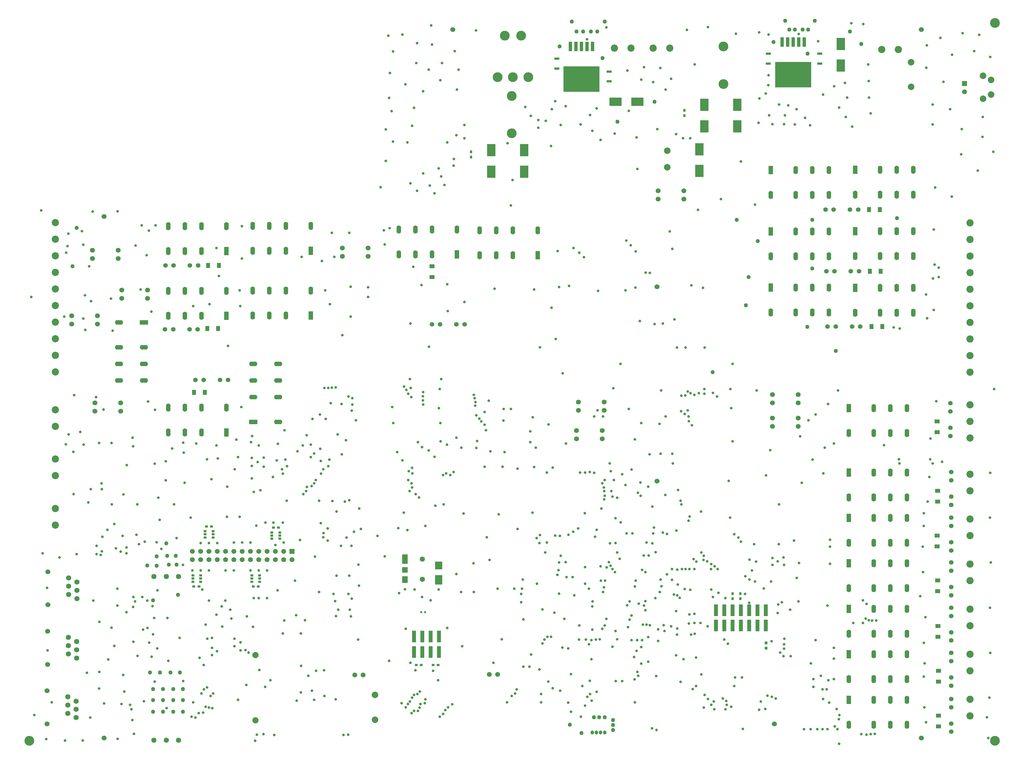
<source format=gbs>
%FSLAX25Y25*%
%MOIN*%
G70*
G01*
G75*
G04 Layer_Color=16711935*
%ADD10R,0.01378X0.05512*%
%ADD11R,0.17716X0.12992*%
%ADD12R,0.07874X0.07087*%
%ADD13O,0.00787X0.02362*%
%ADD14O,0.01772X0.04528*%
%ADD15R,0.03740X0.02362*%
%ADD16R,0.04528X0.02362*%
%ADD17O,0.06299X0.01772*%
%ADD18R,0.05118X0.07480*%
%ADD19O,0.07087X0.02362*%
%ADD20O,0.02362X0.07284*%
%ADD21O,0.07284X0.02362*%
%ADD22R,0.03543X0.02953*%
%ADD23R,0.04331X0.11221*%
%ADD24R,0.22244X0.20866*%
%ADD25R,0.08268X0.08071*%
%ADD26R,0.14488X0.05000*%
%ADD27O,0.05512X0.08465*%
%ADD28R,0.05906X0.07874*%
%ADD29R,0.03543X0.03347*%
%ADD30R,0.05118X0.03937*%
%ADD31O,0.05512X0.01772*%
%ADD32O,0.05118X0.01772*%
%ADD33R,0.03150X0.06496*%
%ADD34R,0.03543X0.03150*%
%ADD35R,0.01969X0.02362*%
%ADD36R,0.03937X0.05118*%
%ADD37R,0.03150X0.03543*%
%ADD38R,0.02362X0.04528*%
%ADD39R,0.03347X0.03543*%
%ADD40R,0.02953X0.03543*%
%ADD41R,0.06496X0.03150*%
%ADD42R,0.07874X0.05906*%
%ADD43R,0.05512X0.01378*%
%ADD44R,0.12992X0.17716*%
%ADD45O,0.01772X0.05118*%
%ADD46C,0.03937*%
%ADD47C,0.01000*%
%ADD48C,0.00787*%
%ADD49C,0.02953*%
%ADD50C,0.03937*%
%ADD51C,0.01969*%
%ADD52C,0.04331*%
%ADD53C,0.02000*%
%ADD54C,0.07874*%
%ADD55C,0.08661*%
%ADD56C,0.06299*%
%ADD57C,0.05906*%
%ADD58C,0.01181*%
%ADD59C,0.11811*%
%ADD60C,0.02756*%
%ADD61C,0.01575*%
%ADD62C,0.05906*%
%ADD63C,0.06299*%
%ADD64C,0.06000*%
%ADD65C,0.11811*%
%ADD66C,0.07874*%
%ADD67R,0.05906X0.05906*%
%ADD68R,0.05906X0.05906*%
%ADD69O,0.04331X0.04724*%
%ADD70P,0.08097X8X292.5*%
%ADD71C,0.07480*%
%ADD72C,0.05512*%
%ADD73R,0.05512X0.09843*%
%ADD74O,0.05512X0.09843*%
%ADD75C,0.08661*%
%ADD76R,0.09843X0.05512*%
%ADD77O,0.09843X0.05512*%
%ADD78C,0.02598*%
%ADD79C,0.03150*%
%ADD80C,0.05000*%
%ADD81R,0.09843X0.14961*%
%ADD82R,0.03347X0.02559*%
%ADD83R,0.06496X0.04921*%
%ADD84R,0.05000X0.14488*%
%ADD85R,0.43307X0.31102*%
%ADD86R,0.04331X0.11417*%
%ADD87R,0.08858X0.09449*%
%ADD88R,0.08858X0.11417*%
%ADD89R,0.06890X0.08268*%
%ADD90R,0.06890X0.07087*%
%ADD91R,0.06890X0.11417*%
%ADD92R,0.14961X0.09843*%
%ADD93R,0.04921X0.06496*%
%ADD94C,0.09843*%
%ADD95C,0.11417*%
%ADD96C,0.04724*%
%ADD97C,0.00984*%
%ADD98C,0.02362*%
%ADD99C,0.00800*%
%ADD100C,0.11811*%
D34*
X1763161Y1568213D02*
D03*
X1769264D02*
D03*
X1787449Y1639000D02*
D03*
X1793551D02*
D03*
X1691661Y1568213D02*
D03*
X1697764D02*
D03*
X1706949Y1640500D02*
D03*
X1713051D02*
D03*
X1986051Y1473500D02*
D03*
X1979949D02*
D03*
X1959449D02*
D03*
X1965551D02*
D03*
D37*
X2025500Y2092051D02*
D03*
Y2085949D02*
D03*
X2282500Y2142051D02*
D03*
Y2135949D02*
D03*
X2350000Y1553449D02*
D03*
Y1559551D02*
D03*
X2340500Y1553449D02*
D03*
Y1559551D02*
D03*
D39*
X2381000Y1500150D02*
D03*
Y1493850D02*
D03*
D41*
X2383500Y2210406D02*
D03*
Y2198594D02*
D03*
X2192000Y2188906D02*
D03*
Y2177094D02*
D03*
X2445500Y2210406D02*
D03*
Y2198594D02*
D03*
X2129000Y2204406D02*
D03*
Y2192595D02*
D03*
D62*
X2419500Y1761000D02*
D03*
Y1771000D02*
D03*
X2388516D02*
D03*
Y1761000D02*
D03*
X1810000Y1600500D02*
D03*
X1800000Y1610500D02*
D03*
Y1600500D02*
D03*
X1790000Y1610500D02*
D03*
Y1600500D02*
D03*
X1780000Y1610500D02*
D03*
Y1600500D02*
D03*
X1770000Y1610500D02*
D03*
Y1600500D02*
D03*
X1760000Y1610500D02*
D03*
Y1600500D02*
D03*
X1750000Y1610500D02*
D03*
Y1600500D02*
D03*
X1740000Y1610500D02*
D03*
Y1600500D02*
D03*
X1730000Y1610500D02*
D03*
Y1600500D02*
D03*
X1720000Y1610500D02*
D03*
Y1600500D02*
D03*
X1710000Y1610500D02*
D03*
Y1600500D02*
D03*
X1700000Y1610500D02*
D03*
Y1600500D02*
D03*
X1690000Y1610500D02*
D03*
Y1600500D02*
D03*
X2620000Y2164500D02*
D03*
X2047500Y1462000D02*
D03*
X2057500D02*
D03*
X1572500Y1789500D02*
D03*
Y1779500D02*
D03*
X1603484D02*
D03*
Y1789500D02*
D03*
X2155000Y1790500D02*
D03*
Y1780500D02*
D03*
X2185984D02*
D03*
Y1790500D02*
D03*
X1605000Y1925500D02*
D03*
Y1915500D02*
D03*
X1635984D02*
D03*
Y1925500D02*
D03*
X2419500Y1789500D02*
D03*
Y1799500D02*
D03*
X2388516D02*
D03*
Y1789500D02*
D03*
X1544500Y1894500D02*
D03*
Y1884500D02*
D03*
X1575484D02*
D03*
Y1894500D02*
D03*
X1870500Y1976000D02*
D03*
Y1966000D02*
D03*
X1901484D02*
D03*
Y1976000D02*
D03*
X1569500Y1973500D02*
D03*
Y1963500D02*
D03*
X1600484D02*
D03*
Y1973500D02*
D03*
X2282000Y2035000D02*
D03*
Y2045000D02*
D03*
X2251016D02*
D03*
Y2035000D02*
D03*
X2152500Y1756000D02*
D03*
Y1746000D02*
D03*
X2183484D02*
D03*
Y1756000D02*
D03*
X1885500Y1461500D02*
D03*
X1895500D02*
D03*
D63*
X1673319Y1382681D02*
D03*
X1643681D02*
D03*
X1658500D02*
D03*
Y1580319D02*
D03*
X1643681D02*
D03*
X1673319D02*
D03*
X1540000Y1435098D02*
D03*
Y1425059D02*
D03*
Y1415020D02*
D03*
X1550039Y1429980D02*
D03*
Y1420039D02*
D03*
Y1410000D02*
D03*
X1967000Y1576992D02*
D03*
Y1601008D02*
D03*
X1541000Y1578598D02*
D03*
Y1568559D02*
D03*
Y1558520D02*
D03*
X1551039Y1573480D02*
D03*
Y1563539D02*
D03*
Y1553500D02*
D03*
X1540500Y1506848D02*
D03*
Y1496809D02*
D03*
Y1486770D02*
D03*
X1550539Y1501730D02*
D03*
Y1491789D02*
D03*
Y1481750D02*
D03*
D64*
X1515000Y1442480D02*
D03*
Y1402520D02*
D03*
X1516000Y1585980D02*
D03*
Y1546020D02*
D03*
X1515500Y1514230D02*
D03*
Y1474270D02*
D03*
X2391000Y1402500D02*
D03*
X2249500Y1695000D02*
D03*
Y1929500D02*
D03*
X2568000Y1385500D02*
D03*
Y2239500D02*
D03*
X2003500D02*
D03*
X1583500Y2014000D02*
D03*
Y1385500D02*
D03*
D65*
X2057496Y2182000D02*
D03*
X2094504D02*
D03*
X2086039Y2232000D02*
D03*
X2066059D02*
D03*
X2076000Y2182000D02*
D03*
X2329500Y2219000D02*
D03*
Y2173842D02*
D03*
X2074500Y2159500D02*
D03*
Y2114342D02*
D03*
D66*
X2555500Y2200000D02*
D03*
Y2170472D02*
D03*
X2262000Y2093343D02*
D03*
Y2073657D02*
D03*
X1910000Y1437559D02*
D03*
Y1407441D02*
D03*
X2642158Y2156220D02*
D03*
Y2183780D02*
D03*
X2652000Y2161142D02*
D03*
Y2178858D02*
D03*
D67*
X1810000Y1610500D02*
D03*
D68*
X2620000Y2174500D02*
D03*
D69*
X2171500Y1392000D02*
D03*
X2176520D02*
D03*
X2181539D02*
D03*
X2186559D02*
D03*
D70*
X1766000Y1485500D02*
D03*
D71*
Y1406760D02*
D03*
D72*
X2453500Y1948000D02*
D03*
X2492870D02*
D03*
X2463342D02*
D03*
X2483028D02*
D03*
X2604000Y1676472D02*
D03*
Y1696157D02*
D03*
Y1666630D02*
D03*
Y1706000D02*
D03*
X2603000Y1789000D02*
D03*
Y1749630D02*
D03*
Y1779157D02*
D03*
Y1759472D02*
D03*
X2482028Y2022500D02*
D03*
X2462342D02*
D03*
X2491870D02*
D03*
X2452500D02*
D03*
X1703472Y1817000D02*
D03*
X1723158D02*
D03*
X1693630D02*
D03*
X1733000D02*
D03*
X2604000Y1432500D02*
D03*
Y1393130D02*
D03*
Y1422657D02*
D03*
Y1402972D02*
D03*
X1686528Y1878000D02*
D03*
X1666842D02*
D03*
X1696370D02*
D03*
X1657000D02*
D03*
X2604000Y1458472D02*
D03*
Y1478158D02*
D03*
Y1448630D02*
D03*
Y1488000D02*
D03*
X2484528Y1881500D02*
D03*
X2464842D02*
D03*
X2494370D02*
D03*
X2455000D02*
D03*
X2604000Y1512972D02*
D03*
Y1532658D02*
D03*
Y1503130D02*
D03*
Y1542500D02*
D03*
X1687028Y1955000D02*
D03*
X1667343D02*
D03*
X1696870D02*
D03*
X1657500D02*
D03*
X2604000Y1597000D02*
D03*
Y1557630D02*
D03*
Y1587158D02*
D03*
Y1567472D02*
D03*
Y1621472D02*
D03*
Y1641158D02*
D03*
Y1611630D02*
D03*
Y1651000D02*
D03*
X2008028Y1884000D02*
D03*
X1988342D02*
D03*
X2017870D02*
D03*
X1978500D02*
D03*
D73*
X2386575Y2070153D02*
D03*
X1730925Y1753847D02*
D03*
Y1894346D02*
D03*
X1832425Y1894847D02*
D03*
X2480575Y1783154D02*
D03*
X2488309Y1928104D02*
D03*
X2386575Y1928654D02*
D03*
X1730925Y1972346D02*
D03*
X1832425Y1972846D02*
D03*
X2480575Y1431653D02*
D03*
Y1596054D02*
D03*
X2488309Y1996654D02*
D03*
X2386575Y1996153D02*
D03*
X2480575Y1486454D02*
D03*
Y1650854D02*
D03*
X2008425Y1968346D02*
D03*
X2105925Y1967347D02*
D03*
X2480575Y1541253D02*
D03*
Y1705654D02*
D03*
X2488309Y2070654D02*
D03*
D74*
X2416575Y2070153D02*
D03*
X2436575D02*
D03*
X2456555D02*
D03*
X2386575Y2040154D02*
D03*
X2416575D02*
D03*
X2436575D02*
D03*
X2456555D02*
D03*
X1700925Y1753847D02*
D03*
X1680925D02*
D03*
X1660945D02*
D03*
X1730925Y1783846D02*
D03*
X1700925D02*
D03*
X1680925D02*
D03*
X1660945D02*
D03*
X1700925Y1894346D02*
D03*
X1680925D02*
D03*
X1660945D02*
D03*
X1730925Y1924347D02*
D03*
X1700925D02*
D03*
X1680925D02*
D03*
X1660945D02*
D03*
X1802425Y1894847D02*
D03*
X1782425D02*
D03*
X1762445D02*
D03*
X1832425Y1924846D02*
D03*
X1802425D02*
D03*
X1782425D02*
D03*
X1762445D02*
D03*
X2510575Y1783154D02*
D03*
X2530575D02*
D03*
X2550555D02*
D03*
X2480575Y1753153D02*
D03*
X2510575D02*
D03*
X2530575D02*
D03*
X2550555D02*
D03*
X2518309Y1928104D02*
D03*
X2538309D02*
D03*
X2558289D02*
D03*
X2488309Y1898104D02*
D03*
X2518309D02*
D03*
X2538309D02*
D03*
X2558289D02*
D03*
X2416575Y1928654D02*
D03*
X2436575D02*
D03*
X2456555D02*
D03*
X2386575Y1898653D02*
D03*
X2416575D02*
D03*
X2436575D02*
D03*
X2456555D02*
D03*
X1700925Y1972346D02*
D03*
X1680925D02*
D03*
X1660945D02*
D03*
X1730925Y2002346D02*
D03*
X1700925D02*
D03*
X1680925D02*
D03*
X1660945D02*
D03*
X1802425Y1972846D02*
D03*
X1782425D02*
D03*
X1762445D02*
D03*
X1832425Y2002847D02*
D03*
X1802425D02*
D03*
X1782425D02*
D03*
X1762445D02*
D03*
X2510575Y1431653D02*
D03*
X2530575D02*
D03*
X2550555D02*
D03*
X2480575Y1401653D02*
D03*
X2510575D02*
D03*
X2530575D02*
D03*
X2550555D02*
D03*
X2510575Y1596054D02*
D03*
X2530575D02*
D03*
X2550555D02*
D03*
X2480575Y1566053D02*
D03*
X2510575D02*
D03*
X2530575D02*
D03*
X2550555D02*
D03*
X2518309Y1996654D02*
D03*
X2538309D02*
D03*
X2558289D02*
D03*
X2488309Y1966653D02*
D03*
X2518309D02*
D03*
X2538309D02*
D03*
X2558289D02*
D03*
X2416575Y1996153D02*
D03*
X2436575D02*
D03*
X2456555D02*
D03*
X2386575Y1966154D02*
D03*
X2416575D02*
D03*
X2436575D02*
D03*
X2456555D02*
D03*
X2510575Y1486454D02*
D03*
X2530575D02*
D03*
X2550555D02*
D03*
X2480575Y1456454D02*
D03*
X2510575D02*
D03*
X2530575D02*
D03*
X2550555D02*
D03*
X2510575Y1650854D02*
D03*
X2530575D02*
D03*
X2550555D02*
D03*
X2480575Y1620853D02*
D03*
X2510575D02*
D03*
X2530575D02*
D03*
X2550555D02*
D03*
X1978425Y1968346D02*
D03*
X1958425D02*
D03*
X1938445D02*
D03*
X2008425Y1998347D02*
D03*
X1978425D02*
D03*
X1958425D02*
D03*
X1938445D02*
D03*
X2075925Y1967347D02*
D03*
X2055925D02*
D03*
X2035945D02*
D03*
X2105925Y1997346D02*
D03*
X2075925D02*
D03*
X2055925D02*
D03*
X2035945D02*
D03*
X2510575Y1541253D02*
D03*
X2530575D02*
D03*
X2550555D02*
D03*
X2480575Y1511254D02*
D03*
X2510575D02*
D03*
X2530575D02*
D03*
X2550555D02*
D03*
X2510575Y1705654D02*
D03*
X2530575D02*
D03*
X2550555D02*
D03*
X2480575Y1675653D02*
D03*
X2510575D02*
D03*
X2530575D02*
D03*
X2550555D02*
D03*
X2518309Y2070654D02*
D03*
X2538309D02*
D03*
X2558289D02*
D03*
X2488309Y2040653D02*
D03*
X2518309D02*
D03*
X2538309D02*
D03*
X2558289D02*
D03*
D75*
X2626500Y1747000D02*
D03*
Y1767000D02*
D03*
Y1787000D02*
D03*
X2244843Y2217079D02*
D03*
X2264842D02*
D03*
X2626500Y2006500D02*
D03*
Y1986500D02*
D03*
Y1966500D02*
D03*
Y1946500D02*
D03*
Y1926500D02*
D03*
Y1826500D02*
D03*
Y1846500D02*
D03*
Y1866500D02*
D03*
Y1886500D02*
D03*
Y1906500D02*
D03*
X1525000Y1826815D02*
D03*
Y1846815D02*
D03*
Y1866815D02*
D03*
Y1886815D02*
D03*
Y1906815D02*
D03*
Y2006815D02*
D03*
Y1986815D02*
D03*
Y1966815D02*
D03*
Y1946815D02*
D03*
Y1926815D02*
D03*
X2626579Y1412158D02*
D03*
Y1432158D02*
D03*
Y1466457D02*
D03*
Y1486458D02*
D03*
Y1520757D02*
D03*
Y1540757D02*
D03*
Y1575058D02*
D03*
Y1595057D02*
D03*
Y1629358D02*
D03*
Y1649357D02*
D03*
Y1683657D02*
D03*
Y1703658D02*
D03*
X1524921Y1781264D02*
D03*
Y1761264D02*
D03*
Y1721764D02*
D03*
Y1701764D02*
D03*
Y1662264D02*
D03*
Y1642264D02*
D03*
X2540343Y2215579D02*
D03*
X2520342D02*
D03*
X2198343Y2217079D02*
D03*
X2218343D02*
D03*
D76*
X1763346Y1766575D02*
D03*
X1631654Y1886425D02*
D03*
D77*
X1763346Y1796575D02*
D03*
Y1816575D02*
D03*
Y1836555D02*
D03*
X1793346Y1766575D02*
D03*
Y1796575D02*
D03*
Y1816575D02*
D03*
Y1836555D02*
D03*
X1631654Y1856425D02*
D03*
Y1836425D02*
D03*
Y1816445D02*
D03*
X1601653Y1886425D02*
D03*
Y1856425D02*
D03*
Y1836425D02*
D03*
Y1816445D02*
D03*
D78*
X1965638Y1537000D02*
D03*
X1970362D02*
D03*
D79*
X1879000Y1672000D02*
D03*
X1842500Y1671500D02*
D03*
X1844500Y1644500D02*
D03*
X1875500Y1627000D02*
D03*
X1884500Y1634000D02*
D03*
X2106500Y2121000D02*
D03*
Y2130500D02*
D03*
X2239000Y1688500D02*
D03*
X2241000Y1946000D02*
D03*
X1877500Y1389500D02*
D03*
X2335000Y1499000D02*
D03*
X2395000Y1536000D02*
D03*
X2270000Y1558500D02*
D03*
X2289500Y1564000D02*
D03*
X2364000Y1587500D02*
D03*
X2369000Y1598000D02*
D03*
X2252500Y1764000D02*
D03*
X2286500Y1803000D02*
D03*
X1927500Y2000000D02*
D03*
X1775500Y1390000D02*
D03*
X1767500Y1389500D02*
D03*
X1954000Y1415500D02*
D03*
X1691000Y1428500D02*
D03*
X1659000Y1421500D02*
D03*
X1679000Y1454000D02*
D03*
X1644500Y1453500D02*
D03*
X1661000Y1478500D02*
D03*
X1703500Y1473500D02*
D03*
X1763000Y1519500D02*
D03*
X1726000Y1519949D02*
D03*
X1725250Y1544000D02*
D03*
X2088000Y1576500D02*
D03*
X2140500Y1579500D02*
D03*
X2181500Y1592500D02*
D03*
X1893000Y1637500D02*
D03*
X1778000Y1645000D02*
D03*
X1767000Y1641500D02*
D03*
X2352000Y1458500D02*
D03*
X2343500D02*
D03*
X2292500Y1444500D02*
D03*
X2201500Y1504500D02*
D03*
X2199500Y1514500D02*
D03*
X2183500Y1517000D02*
D03*
X1733000Y1858000D02*
D03*
X1966000Y1931500D02*
D03*
X2017500Y1911000D02*
D03*
X1610500Y1537000D02*
D03*
X2215500Y2141500D02*
D03*
X2225000Y2109500D02*
D03*
X2198500Y2114000D02*
D03*
X2266500Y2180000D02*
D03*
X2260000Y2167000D02*
D03*
X2245000Y2176000D02*
D03*
X2253500Y2193000D02*
D03*
X2230500Y2179000D02*
D03*
X2234000Y2194000D02*
D03*
X2214000Y2190000D02*
D03*
X1631661Y1429839D02*
D03*
X1615039Y1425461D02*
D03*
X2272500Y1538500D02*
D03*
X2131500Y1559500D02*
D03*
X2148000Y1579500D02*
D03*
X2150000Y1557500D02*
D03*
X2219000Y1709000D02*
D03*
X2192500Y1716500D02*
D03*
X2223000Y1745500D02*
D03*
X2230500Y1765000D02*
D03*
X2140000Y1740500D02*
D03*
X2455500Y1788000D02*
D03*
X2440500Y1775500D02*
D03*
X2097000Y1755000D02*
D03*
X2101500Y1712000D02*
D03*
X2049000Y1731000D02*
D03*
X2066000Y1730000D02*
D03*
X2063500Y1712500D02*
D03*
X2042000D02*
D03*
X2047000Y1792000D02*
D03*
X1949000Y1636000D02*
D03*
X2099500Y1657000D02*
D03*
X2059000Y1655000D02*
D03*
X2016500Y1656000D02*
D03*
X2044500Y1627500D02*
D03*
X2048000Y1600000D02*
D03*
X2028500Y1596000D02*
D03*
X2057500Y1565500D02*
D03*
X2008000Y1583000D02*
D03*
X2462500Y1740500D02*
D03*
X2523000Y1738500D02*
D03*
X2586000Y1791500D02*
D03*
X2579000Y1746500D02*
D03*
X2593000Y1718500D02*
D03*
X2577500Y1700000D02*
D03*
X2571000Y1641000D02*
D03*
X2569500Y1616000D02*
D03*
X2570000Y1585500D02*
D03*
X2573000Y1531000D02*
D03*
X2573500Y1404500D02*
D03*
X2572000Y1475500D02*
D03*
X2571000Y1459500D02*
D03*
X2571500Y1422500D02*
D03*
X2647000Y1410500D02*
D03*
X2648500Y1385500D02*
D03*
X2566500Y1556500D02*
D03*
X2571000Y1500000D02*
D03*
X2462500Y1494000D02*
D03*
X2447000Y1460500D02*
D03*
X2435000Y1475500D02*
D03*
X2420000Y1550000D02*
D03*
X2418000Y1578500D02*
D03*
X2366500Y1619000D02*
D03*
X2381000Y1702000D02*
D03*
X2450000Y1704500D02*
D03*
X2424000Y1693000D02*
D03*
X2396500Y1667000D02*
D03*
X2386000Y1732500D02*
D03*
X2337500Y1651000D02*
D03*
X2336000Y1695500D02*
D03*
X2340500Y1743000D02*
D03*
X2339000Y1783000D02*
D03*
X2583000Y1901500D02*
D03*
X2604500Y2038000D02*
D03*
X2583000Y1998500D02*
D03*
X2584500Y2049000D02*
D03*
X2211500Y1925000D02*
D03*
X2178500Y1924500D02*
D03*
X2291000Y1931000D02*
D03*
X2268000Y1975000D02*
D03*
X2367500Y2028500D02*
D03*
X2326500Y2035000D02*
D03*
X2350500Y2080500D02*
D03*
X2226000Y2071500D02*
D03*
X1880500Y1929500D02*
D03*
X2130000Y1972500D02*
D03*
X2101500Y1926000D02*
D03*
X2054000Y1927000D02*
D03*
X1997000Y1932500D02*
D03*
X1956000Y1953500D02*
D03*
X2062500Y1504500D02*
D03*
X2052500Y1476000D02*
D03*
X2015000Y1496000D02*
D03*
X1986000Y1455000D02*
D03*
X1889500Y1504000D02*
D03*
X1927000Y1478500D02*
D03*
X1913000Y1629000D02*
D03*
X1890500Y1569000D02*
D03*
X1890000Y1594500D02*
D03*
X1842500Y1561500D02*
D03*
X1813500Y1575000D02*
D03*
X1820500Y1440500D02*
D03*
X1821000Y1472500D02*
D03*
X1829500Y1460500D02*
D03*
X1820500Y1511500D02*
D03*
X1825500Y1527500D02*
D03*
X1815000Y1533500D02*
D03*
X1800500Y1527000D02*
D03*
X1799000Y1511500D02*
D03*
X1755000Y1449500D02*
D03*
X1745000Y1431500D02*
D03*
X1647500Y1493500D02*
D03*
X1765500Y1382000D02*
D03*
X1600000Y1384500D02*
D03*
X1515000Y1566500D02*
D03*
X1499500Y1413000D02*
D03*
X1520500Y1428500D02*
D03*
X1515500Y1491000D02*
D03*
X1558000Y1382500D02*
D03*
X1536500D02*
D03*
X1514000Y1384000D02*
D03*
X1567000Y1410000D02*
D03*
X1604500Y1426500D02*
D03*
X1608000Y1441500D02*
D03*
X1606500Y1461500D02*
D03*
X1583500Y1427000D02*
D03*
X1577500Y1445000D02*
D03*
X1578000Y1465000D02*
D03*
X1599500Y1545000D02*
D03*
X1578000Y1525500D02*
D03*
X1747000Y1652000D02*
D03*
X1731500D02*
D03*
X1688000Y1651000D02*
D03*
X1671000Y1626500D02*
D03*
X1678500Y1594000D02*
D03*
X1636000Y1518000D02*
D03*
X1642500Y1510500D02*
D03*
X1550500Y1607000D02*
D03*
X1530000Y1603000D02*
D03*
X1509500Y1608000D02*
D03*
X1547000Y1679500D02*
D03*
X1564500Y1669500D02*
D03*
X1607000Y1679000D02*
D03*
X1650500Y1648500D02*
D03*
X1649000Y1675000D02*
D03*
X1668000Y1667000D02*
D03*
X1680500Y1693000D02*
D03*
X1658000Y1696000D02*
D03*
X1943000Y1720000D02*
D03*
X1936500Y1730000D02*
D03*
X1875000Y1744500D02*
D03*
X1855000Y1721000D02*
D03*
X1713000Y1697500D02*
D03*
X1732000Y1688500D02*
D03*
X1707500Y1721500D02*
D03*
X1720500Y1722500D02*
D03*
X1745000Y1724000D02*
D03*
X1743000Y1745000D02*
D03*
X1762000Y1749500D02*
D03*
X1827500Y1750500D02*
D03*
X1791500Y1720000D02*
D03*
X1802000Y1721000D02*
D03*
X1869500Y1788000D02*
D03*
X1856500Y1789000D02*
D03*
X1843500Y1775500D02*
D03*
X1850500Y1770000D02*
D03*
X1679000Y1741500D02*
D03*
X1665500Y1734500D02*
D03*
X1679500Y1729500D02*
D03*
X1694500Y1740500D02*
D03*
X1749000Y1784500D02*
D03*
X1537500Y1739500D02*
D03*
X1546500Y1730500D02*
D03*
X1559000Y1739000D02*
D03*
X1555000Y1754500D02*
D03*
X1541000Y1751500D02*
D03*
X1636500Y1791000D02*
D03*
X1645000Y1781000D02*
D03*
X1710500Y1908500D02*
D03*
X1496000Y1917000D02*
D03*
X1592000Y1915000D02*
D03*
X1565500Y1954000D02*
D03*
X1747500Y1906000D02*
D03*
X1747000Y1925000D02*
D03*
X1855500Y1908500D02*
D03*
X1850000Y1925000D02*
D03*
X1846000Y1960500D02*
D03*
X1861000Y1965500D02*
D03*
X1879000Y1994500D02*
D03*
X1858000D02*
D03*
X1719000Y1976000D02*
D03*
X1621500Y1979000D02*
D03*
X1558500Y1980000D02*
D03*
X1538000Y1970500D02*
D03*
X1508000Y2021500D02*
D03*
X1600000Y2020500D02*
D03*
X1570000Y2020000D02*
D03*
X1749500Y2002500D02*
D03*
X1645500Y2003500D02*
D03*
X1629000D02*
D03*
X2636000Y2069500D02*
D03*
X2616000Y2089000D02*
D03*
X2654500Y2092000D02*
D03*
X2641500Y2110000D02*
D03*
X2642000Y2134000D02*
D03*
X2616500Y2119500D02*
D03*
X2581500Y2125000D02*
D03*
X2602500Y2143500D02*
D03*
X2581500Y2149000D02*
D03*
X2574000Y2193500D02*
D03*
X2594500Y2176500D02*
D03*
X2605000Y2209000D02*
D03*
X2631500Y2213500D02*
D03*
X2651000Y2206500D02*
D03*
X2637500Y2233000D02*
D03*
X2617500Y2235000D02*
D03*
X2591000Y2229500D02*
D03*
X2574500Y2220500D02*
D03*
X2507000Y2138500D02*
D03*
X2505000Y2157500D02*
D03*
X2504500Y2177500D02*
D03*
X2504000Y2197500D02*
D03*
X2498000Y2246000D02*
D03*
X2483500Y2247000D02*
D03*
X2443500Y2225500D02*
D03*
X2484500Y2122500D02*
D03*
X2477000Y2134000D02*
D03*
X2478500Y2157500D02*
D03*
X2469000Y2145500D02*
D03*
X2476000Y2175000D02*
D03*
X2463000Y2171000D02*
D03*
X2449500Y2161000D02*
D03*
X2388500Y2125500D02*
D03*
X2403500Y2136000D02*
D03*
X2415500Y2125000D02*
D03*
X2402500Y2125500D02*
D03*
X2434000Y2124000D02*
D03*
X2428000Y2133000D02*
D03*
X2417500Y2143500D02*
D03*
X2407500Y2148000D02*
D03*
X2396500Y2149000D02*
D03*
X2384500Y2136000D02*
D03*
X2372000Y2127000D02*
D03*
X2373000Y2156500D02*
D03*
X2380500Y2162500D02*
D03*
X2383500Y2172500D02*
D03*
X2384000Y2184500D02*
D03*
Y2233500D02*
D03*
X2372500Y2236000D02*
D03*
X2344500Y2234500D02*
D03*
X2289500Y2108500D02*
D03*
X2281000D02*
D03*
X2272500Y2113500D02*
D03*
X2295000Y2197500D02*
D03*
X2311000Y2242500D02*
D03*
X2285500Y2239000D02*
D03*
X2177000Y2144500D02*
D03*
X2250000Y2119500D02*
D03*
X2181500Y2106500D02*
D03*
X2157500Y2125000D02*
D03*
X2171500Y2117500D02*
D03*
X2115500Y2129500D02*
D03*
X2169000Y2136500D02*
D03*
X2127000Y2153000D02*
D03*
X2139500Y2147000D02*
D03*
X2123000Y2143500D02*
D03*
X2122000Y2099000D02*
D03*
X2069500Y2102500D02*
D03*
X1989500Y2062500D02*
D03*
X1997000Y2103500D02*
D03*
X1993500Y2052000D02*
D03*
X1986500Y2072000D02*
D03*
X1976000Y2051500D02*
D03*
X1968000Y2066000D02*
D03*
X1981500Y2042000D02*
D03*
X1960500Y2045000D02*
D03*
X1952500Y2054000D02*
D03*
X1916500Y2049500D02*
D03*
X1923000Y2081000D02*
D03*
Y2119000D02*
D03*
X1949000Y2103500D02*
D03*
X1931500Y2104500D02*
D03*
X1927000Y2157000D02*
D03*
X1957000Y2145000D02*
D03*
X1930000Y2141000D02*
D03*
X1954500Y2123500D02*
D03*
X1968000Y2165000D02*
D03*
X1946500Y2173500D02*
D03*
X1928000Y2187000D02*
D03*
X1959500Y2199000D02*
D03*
X1990500D02*
D03*
X1988500Y2178500D02*
D03*
X1974500Y2191000D02*
D03*
X2008500Y2167000D02*
D03*
X2010500Y2191000D02*
D03*
X2006000Y2213500D02*
D03*
X2031500Y2238500D02*
D03*
X1978500Y2221500D02*
D03*
X1977500Y2244500D02*
D03*
X1960500Y2223000D02*
D03*
X1931500Y2213000D02*
D03*
X1943000Y2233500D02*
D03*
X1926000Y2232000D02*
D03*
X1632500Y1622000D02*
D03*
X1790000Y1618000D02*
D03*
X1837406Y1604095D02*
D03*
X1792500Y1563500D02*
D03*
X1610500Y1615000D02*
D03*
X1603500Y1610000D02*
D03*
X1625500Y1619000D02*
D03*
X1618949Y1501449D02*
D03*
X1630500Y1516000D02*
D03*
X1635406Y1551095D02*
D03*
X1787449Y1645000D02*
D03*
X1799000D02*
D03*
X1819500Y1624000D02*
D03*
X1764000Y1682000D02*
D03*
X1787000Y1700000D02*
D03*
X1596000Y1643500D02*
D03*
X1622500Y1630500D02*
D03*
X1581000Y1610500D02*
D03*
X1618500Y1737000D02*
D03*
X1618000Y1747500D02*
D03*
X1593000Y1667000D02*
D03*
X1623500D02*
D03*
X1834000Y1442500D02*
D03*
X1862500Y1432000D02*
D03*
X1770500Y1467500D02*
D03*
X1719650Y1490150D02*
D03*
X1652500Y1613500D02*
D03*
X1879000Y1581000D02*
D03*
X1863500D02*
D03*
X1997000Y1518000D02*
D03*
X1580500Y1692500D02*
D03*
X1587500Y1636500D02*
D03*
X1581500Y1628000D02*
D03*
X1642000Y1544500D02*
D03*
X1957500Y1564500D02*
D03*
X1863500Y1658500D02*
D03*
X1844500Y1719500D02*
D03*
X1793000Y1740000D02*
D03*
X1832500Y1739000D02*
D03*
X1844000Y1734000D02*
D03*
X1870000Y1727500D02*
D03*
X1891000Y1662000D02*
D03*
X1834500Y1770000D02*
D03*
X1535500Y1893500D02*
D03*
X1594000Y1876500D02*
D03*
X1640500Y1899500D02*
D03*
X1627500Y1926000D02*
D03*
X1944500Y1657000D02*
D03*
X1938000Y1638500D02*
D03*
X1921500Y1604500D02*
D03*
X1637500Y1997000D02*
D03*
X1635000Y1967500D02*
D03*
X1977000Y1551500D02*
D03*
X1952500Y1476000D02*
D03*
X1784000Y1455000D02*
D03*
X1980000Y1466500D02*
D03*
X1958500Y1467000D02*
D03*
X1849000Y1436000D02*
D03*
X1836500Y1431500D02*
D03*
X1658000Y1719000D02*
D03*
X1611051Y1714551D02*
D03*
X2214500Y1519000D02*
D03*
X2230500Y1495000D02*
D03*
X2225000Y1490500D02*
D03*
X2155500Y1504000D02*
D03*
X2156000Y1521000D02*
D03*
X2186500D02*
D03*
X2185500Y1567000D02*
D03*
X2124000Y1445500D02*
D03*
X2142500Y1428000D02*
D03*
X2159500Y1448000D02*
D03*
X2168500Y1454500D02*
D03*
X2167500Y1498500D02*
D03*
X2142500Y1493500D02*
D03*
X2135500Y1494500D02*
D03*
X2196000Y1495500D02*
D03*
X1599500Y1565500D02*
D03*
X2086000Y1559000D02*
D03*
Y1549000D02*
D03*
X2171500Y1544000D02*
D03*
X2172000Y1550000D02*
D03*
X2171500Y1516000D02*
D03*
X2180500Y1504500D02*
D03*
X2176000Y1504000D02*
D03*
X1836500Y1728500D02*
D03*
X1832500Y1724000D02*
D03*
X1816500Y1731000D02*
D03*
X1823000Y1738000D02*
D03*
X1801000Y1756500D02*
D03*
X1760500Y1742000D02*
D03*
X2108000Y1620500D02*
D03*
X2104500Y1626500D02*
D03*
X2108500Y1630000D02*
D03*
X1995500Y1704500D02*
D03*
X2000500Y1702500D02*
D03*
X1992000D02*
D03*
X2129500Y1582000D02*
D03*
X2138000Y1529000D02*
D03*
X2170500Y1503500D02*
D03*
X2131500Y1597000D02*
D03*
X2131000Y1587750D02*
D03*
X1954500Y1711000D02*
D03*
X1950500Y1707000D02*
D03*
X1955000Y1704500D02*
D03*
X1853500Y1713000D02*
D03*
X1847500Y1709500D02*
D03*
X1845000Y1704000D02*
D03*
X1804000Y1713000D02*
D03*
X1798000Y1709500D02*
D03*
X1799000Y1704000D02*
D03*
X1741000Y1709500D02*
D03*
X2256500Y1885000D02*
D03*
X2246500Y1884500D02*
D03*
X1776000Y1723500D02*
D03*
Y1712500D02*
D03*
X1768500Y1718000D02*
D03*
X1761500Y1713500D02*
D03*
Y1723000D02*
D03*
X1719000Y1738000D02*
D03*
X1574000Y1796500D02*
D03*
X2119000Y1763500D02*
D03*
X2132500Y1629000D02*
D03*
X2139500Y1597500D02*
D03*
X2108500Y1856500D02*
D03*
X1975000Y1857000D02*
D03*
X1952500Y1885000D02*
D03*
X2124000Y1711500D02*
D03*
X2127000Y1629500D02*
D03*
X2133500Y1605000D02*
D03*
X1997500Y1900000D02*
D03*
X1722000Y1942500D02*
D03*
X1629551Y1555551D02*
D03*
X1619000Y1555500D02*
D03*
X1619500Y1390500D02*
D03*
X1617500Y1407000D02*
D03*
X1872000Y1389000D02*
D03*
X2170500Y1480500D02*
D03*
X2189000Y1591000D02*
D03*
X1610500Y1608000D02*
D03*
X2182000Y1575000D02*
D03*
X2187000D02*
D03*
X2247500Y1554000D02*
D03*
X2253000Y1561500D02*
D03*
X2184500D02*
D03*
X2188500Y1529000D02*
D03*
X2216500Y1528000D02*
D03*
X2314500Y1589000D02*
D03*
X2361000Y1600500D02*
D03*
X2356000Y1580500D02*
D03*
X2273000Y1635500D02*
D03*
X2275000Y1684500D02*
D03*
X2268500Y1716500D02*
D03*
X2261500Y1631500D02*
D03*
X2256500Y1633000D02*
D03*
X2245000Y1632000D02*
D03*
X2246000Y1639000D02*
D03*
X2184500Y1773000D02*
D03*
X2143000Y1630500D02*
D03*
X2163000Y1591500D02*
D03*
X2164000Y1504000D02*
D03*
X2178000Y1780500D02*
D03*
X2197000Y1807000D02*
D03*
X2163000Y1571500D02*
D03*
X2231500Y1588000D02*
D03*
X2105000Y1571500D02*
D03*
X1939000Y1560000D02*
D03*
X1880750Y1532250D02*
D03*
X1863000Y1532500D02*
D03*
X2111500Y1540500D02*
D03*
X2213500Y1545500D02*
D03*
X2235500Y1539500D02*
D03*
X2042000Y1778500D02*
D03*
X1987000Y1783000D02*
D03*
X1996500Y1739000D02*
D03*
X2008000Y1747500D02*
D03*
X2014000Y1735500D02*
D03*
X2033043Y1743543D02*
D03*
X2032000Y1735000D02*
D03*
X2004500Y1706000D02*
D03*
X2064500Y1768000D02*
D03*
X2065000Y1782000D02*
D03*
X2073500D02*
D03*
X2100000Y1772000D02*
D03*
X2174000Y1773000D02*
D03*
X1989500Y1818000D02*
D03*
X1952000D02*
D03*
X2240500Y1727500D02*
D03*
X2254000Y1728000D02*
D03*
X2268000D02*
D03*
X2148500Y1634000D02*
D03*
X1942000Y1427500D02*
D03*
X2215500Y1782000D02*
D03*
X2274000Y1588500D02*
D03*
X2279500Y1589000D02*
D03*
X2284000D02*
D03*
X2277000Y1554500D02*
D03*
X2274000Y1557500D02*
D03*
X2283000Y1565000D02*
D03*
X2232500Y1522000D02*
D03*
X2237000D02*
D03*
X2219000Y1503500D02*
D03*
X2225500D02*
D03*
X2303000Y1609000D02*
D03*
X2306000Y1605000D02*
D03*
X2305500Y1600000D02*
D03*
X2342500Y1631000D02*
D03*
X2347500Y1627000D02*
D03*
X2241000Y1521500D02*
D03*
X2231500Y1503500D02*
D03*
X2322000Y1797000D02*
D03*
X2317000Y1801500D02*
D03*
X2306500Y1800500D02*
D03*
X2315000Y1564500D02*
D03*
X2222000Y1483000D02*
D03*
X2222500Y1456000D02*
D03*
X2223000Y1428500D02*
D03*
X2207500Y1454000D02*
D03*
X2200000D02*
D03*
X2307000Y1437500D02*
D03*
X2296500Y1448000D02*
D03*
Y1482500D02*
D03*
X2118500Y1453500D02*
D03*
X2235516Y1585516D02*
D03*
X2133000Y1442500D02*
D03*
X2088500Y1528500D02*
D03*
Y1471500D02*
D03*
X2096000D02*
D03*
X2204500Y1601500D02*
D03*
X2108000Y1468000D02*
D03*
X2126000Y1536500D02*
D03*
X2216500Y1550000D02*
D03*
X2235500Y1550500D02*
D03*
X2239000Y1507000D02*
D03*
X2257500Y1521500D02*
D03*
X2127500Y1866500D02*
D03*
X2115000Y1609000D02*
D03*
X2117000Y1621000D02*
D03*
Y1705500D02*
D03*
X2098000Y1486000D02*
D03*
X2254500Y1804500D02*
D03*
X2369500D02*
D03*
X2306500Y1806000D02*
D03*
X2229000Y1888000D02*
D03*
X2270500Y1890000D02*
D03*
X2307000Y1856000D02*
D03*
X2073500Y2027500D02*
D03*
X2205500Y1836500D02*
D03*
X2340500D02*
D03*
X2273500Y1856000D02*
D03*
X2284000D02*
D03*
X2199500Y1650500D02*
D03*
X2206000Y1645500D02*
D03*
X2213000Y1632000D02*
D03*
X2220000D02*
D03*
X2233500Y1605500D02*
D03*
X2239500D02*
D03*
X2274500Y1570500D02*
D03*
X2255000Y1568500D02*
D03*
X2111500Y1499500D02*
D03*
X2114000Y1504000D02*
D03*
X2117500Y1507500D02*
D03*
X2122000D02*
D03*
X2191500Y1597500D02*
D03*
X2193500Y1593000D02*
D03*
X2196000Y1589000D02*
D03*
X2199000Y1585500D02*
D03*
X2259500Y1678500D02*
D03*
X2182500Y1662000D02*
D03*
X2162500Y1656500D02*
D03*
X2154500Y1638000D02*
D03*
X2193000Y1620000D02*
D03*
X2199500Y1620500D02*
D03*
X2201500Y1609000D02*
D03*
X2254000Y1576500D02*
D03*
X2248000Y1609500D02*
D03*
X2261543Y1582957D02*
D03*
X2237000Y1621000D02*
D03*
X2267500Y1589000D02*
D03*
Y1576250D02*
D03*
X2244000Y1620000D02*
D03*
X2157000Y1705500D02*
D03*
X2163000D02*
D03*
X2168500Y1706000D02*
D03*
X2174000Y1705000D02*
D03*
X2143500Y1930500D02*
D03*
X2131500Y1929000D02*
D03*
X2236000Y1946500D02*
D03*
X2080500Y1444000D02*
D03*
X2078500Y1439000D02*
D03*
X2295000Y1511000D02*
D03*
X2294500Y1524000D02*
D03*
X2288000Y1523500D02*
D03*
X2288500Y1534500D02*
D03*
X2294500Y1535000D02*
D03*
X2288500Y1589000D02*
D03*
X2294500D02*
D03*
X2293500Y1601000D02*
D03*
X2297000Y1598000D02*
D03*
X2278000Y1671500D02*
D03*
X2279000Y1667000D02*
D03*
X2355500Y1559000D02*
D03*
X2281500Y1480500D02*
D03*
X1579500Y1606000D02*
D03*
X1638000Y1500500D02*
D03*
X1641000Y1483500D02*
D03*
X1598000Y1614000D02*
D03*
X1574500Y1617000D02*
D03*
Y1607000D02*
D03*
X1592500Y1518500D02*
D03*
X1588500Y1480000D02*
D03*
X2360500Y1548500D02*
D03*
X2319000Y1592500D02*
D03*
X2229500Y1693500D02*
D03*
X2207500Y1703500D02*
D03*
X2194000Y1707000D02*
D03*
X2361000Y1576500D02*
D03*
X1966500Y1736000D02*
D03*
X2219000Y1533000D02*
D03*
X2387500Y1502000D02*
D03*
X2395500Y1546500D02*
D03*
X2378224Y1565776D02*
D03*
X1757500Y1488500D02*
D03*
X1754000Y1491500D02*
D03*
X1780000Y1554000D02*
D03*
X1770000D02*
D03*
X1847500Y1627500D02*
D03*
X1873500Y1670500D02*
D03*
X2310500Y1520000D02*
D03*
X2266500D02*
D03*
X2258500Y1514500D02*
D03*
X2332000Y1554000D02*
D03*
X2310000Y1598500D02*
D03*
X2315000Y1595000D02*
D03*
X2278000Y1453000D02*
D03*
X2272500Y1485000D02*
D03*
X2251000Y1502500D02*
D03*
Y1516500D02*
D03*
X2400000Y1549000D02*
D03*
X2239000Y1477500D02*
D03*
X2248500Y1460000D02*
D03*
X2403000Y1505000D02*
D03*
X2458000Y1595500D02*
D03*
Y1616000D02*
D03*
Y1624500D02*
D03*
X2455000Y1545000D02*
D03*
X2402500Y1498500D02*
D03*
Y1493000D02*
D03*
X2398000Y1488500D02*
D03*
X2440500Y1503500D02*
D03*
X2402000Y1484000D02*
D03*
X2410500D02*
D03*
X2469000Y1378500D02*
D03*
X2388500Y1602500D02*
D03*
Y1594000D02*
D03*
X2402500D02*
D03*
X2402000Y1603000D02*
D03*
X2395000Y1598500D02*
D03*
X2420500Y1596500D02*
D03*
X2289000Y1652500D02*
D03*
X2260000Y1773000D02*
D03*
X2211500Y1690500D02*
D03*
X2161500Y1965000D02*
D03*
X2156000Y1970500D02*
D03*
X2149000Y1976000D02*
D03*
X2224000Y1972000D02*
D03*
X2218000Y1979500D02*
D03*
X2212500Y1985000D02*
D03*
X2226500Y1681000D02*
D03*
X2230000Y1677354D02*
D03*
X2197398Y1696602D02*
D03*
X2183500Y1692500D02*
D03*
X2186602Y1696602D02*
D03*
X2185500Y1687500D02*
D03*
X2186000Y1683000D02*
D03*
X2186500Y1677500D02*
D03*
X2186000Y1673000D02*
D03*
X2201500Y1675000D02*
D03*
X1963000Y1675500D02*
D03*
X1772000Y1684000D02*
D03*
X2196000Y1676500D02*
D03*
X2194500Y1683000D02*
D03*
X2081500Y1710000D02*
D03*
X1959000Y1679500D02*
D03*
X1951500Y1683000D02*
D03*
X1954500Y1687500D02*
D03*
X1954000Y1692500D02*
D03*
X1949898Y1696602D02*
D03*
X1761500Y1698500D02*
D03*
X2291500Y1762500D02*
D03*
X2288000Y1767500D02*
D03*
X2287500Y1773000D02*
D03*
X2300000Y1801000D02*
D03*
X2294500Y1799000D02*
D03*
X2290000Y1801000D02*
D03*
X2286500Y1780500D02*
D03*
X2302500Y1658500D02*
D03*
X2287500Y1647500D02*
D03*
X2283500Y1798500D02*
D03*
X2283000Y1776000D02*
D03*
X2244000Y1664500D02*
D03*
X2278500Y1779500D02*
D03*
X2278949Y1798051D02*
D03*
X2367500Y1574000D02*
D03*
X2387051Y1574051D02*
D03*
X2097000Y1742000D02*
D03*
X2103500Y1735500D02*
D03*
X2081500Y1637500D02*
D03*
X1882000Y1553500D02*
D03*
X1862000Y1550500D02*
D03*
X2146000Y1417000D02*
D03*
X2110000Y1438500D02*
D03*
X2163000Y1424500D02*
D03*
X2146000Y1462500D02*
D03*
X2074500Y1436000D02*
D03*
X2177000Y1441000D02*
D03*
X2342500Y1448000D02*
D03*
X2227000Y1460500D02*
D03*
X2226000Y1465000D02*
D03*
X2303000Y1462000D02*
D03*
X2230500Y1475000D02*
D03*
X2175000Y1628000D02*
D03*
X2177000Y1636500D02*
D03*
X1881500Y1617000D02*
D03*
X1869000D02*
D03*
X1970500Y1641000D02*
D03*
X1961500Y1742000D02*
D03*
X1878000Y1559000D02*
D03*
X1860000D02*
D03*
X1992500Y1667000D02*
D03*
X1981500Y1724500D02*
D03*
X1982500Y1665500D02*
D03*
X1974500Y1732000D02*
D03*
X1865000Y1751500D02*
D03*
X1932000Y1765000D02*
D03*
X1803500Y1671500D02*
D03*
X1930500Y1784500D02*
D03*
X1947000Y1517000D02*
D03*
X1966425Y1555425D02*
D03*
X1769780Y1738000D02*
D03*
X1988000Y1806000D02*
D03*
X1953000Y1807500D02*
D03*
X1748000Y1500768D02*
D03*
Y1491000D02*
D03*
X1740500Y1505000D02*
D03*
Y1496000D02*
D03*
X1848500Y1467000D02*
D03*
X1839000Y1466500D02*
D03*
X2396280Y1619279D02*
D03*
X2122500Y1904000D02*
D03*
X2136000Y1825000D02*
D03*
X2265000Y1996153D02*
D03*
X1547406Y1798906D02*
D03*
X1921500Y1980500D02*
D03*
X1920500Y1997500D02*
D03*
X2043500Y1756500D02*
D03*
X1887000Y1768500D02*
D03*
X1989000Y1743000D02*
D03*
X1988500Y1765000D02*
D03*
X1901484Y1917016D02*
D03*
Y1928984D02*
D03*
X1749500Y1963500D02*
D03*
X1870500Y1871000D02*
D03*
X1880500Y1893500D02*
D03*
X2299000Y2022000D02*
D03*
X2133500Y2124500D02*
D03*
X1821500Y1965500D02*
D03*
X1878000Y1797000D02*
D03*
X1882500Y1795000D02*
D03*
Y1787362D02*
D03*
X1882000Y1780000D02*
D03*
X2042000Y1763000D02*
D03*
X2038000Y1767000D02*
D03*
X2035500Y1770500D02*
D03*
X2032000Y1774500D02*
D03*
X1953500Y1796500D02*
D03*
X1950000Y1800500D02*
D03*
X1947500Y1805000D02*
D03*
X1945000Y1809000D02*
D03*
X1849000Y1807500D02*
D03*
X1853500D02*
D03*
X1858000Y1807750D02*
D03*
X1862500Y1808000D02*
D03*
X1968000Y1787500D02*
D03*
X1967500Y1792500D02*
D03*
Y1797500D02*
D03*
X1968000Y1802500D02*
D03*
X2030500Y1786000D02*
D03*
X2031000Y1790500D02*
D03*
X2030000Y1795000D02*
D03*
X2029000Y1799000D02*
D03*
X1986390Y1564610D02*
D03*
X1945740Y1564760D02*
D03*
X1577500Y1741000D02*
D03*
X1592500D02*
D03*
X1567500Y1685500D02*
D03*
X1581000D02*
D03*
X1595929Y1496429D02*
D03*
X1624000Y1484500D02*
D03*
X1800000Y1621000D02*
D03*
X1760000D02*
D03*
X1750000D02*
D03*
X1740000D02*
D03*
X1720000Y1620500D02*
D03*
X1710000D02*
D03*
X1700000D02*
D03*
X1780000Y1587500D02*
D03*
X1770000D02*
D03*
X1760000D02*
D03*
X1740000D02*
D03*
X1730000D02*
D03*
X1710000D02*
D03*
X1700000D02*
D03*
X1690000D02*
D03*
X2188500Y2242000D02*
D03*
X2165193Y2227693D02*
D03*
X2420193Y2234000D02*
D03*
X2017500Y2124500D02*
D03*
X2075504Y2058000D02*
D03*
X2017500Y2108500D02*
D03*
X2008000Y2112000D02*
D03*
X2004500Y2075500D02*
D03*
X2005000Y2083500D02*
D03*
X2097500Y2135500D02*
D03*
X2091000Y2146000D02*
D03*
X2651000Y1705000D02*
D03*
X2650500Y1651000D02*
D03*
X2651500Y1597000D02*
D03*
X2650500Y1542500D02*
D03*
X2651000Y1488000D02*
D03*
X2650000Y1434000D02*
D03*
X2467000Y1396000D02*
D03*
X2455000D02*
D03*
X2463500Y1399500D02*
D03*
X2449000Y1396000D02*
D03*
X2468500Y1408250D02*
D03*
X2442500Y1396000D02*
D03*
X2469250Y1413250D02*
D03*
X2434500Y1396000D02*
D03*
X2466000Y1420500D02*
D03*
X2426500Y1396000D02*
D03*
X1539500Y1978500D02*
D03*
X1540500Y1993500D02*
D03*
X1560500Y1919000D02*
D03*
X1568000Y1912000D02*
D03*
X1558500Y1891000D02*
D03*
X1561000Y1877500D02*
D03*
X1583000Y1781500D02*
D03*
X2584000Y1956000D02*
D03*
X2582000Y1939500D02*
D03*
X2573500Y1920000D02*
D03*
X2534500Y1880500D02*
D03*
X2432000Y1768500D02*
D03*
X2422000Y1749000D02*
D03*
X2322500Y1589000D02*
D03*
X2323500Y1560500D02*
D03*
X2273500Y1510000D02*
D03*
X2290500D02*
D03*
X2302000Y1524000D02*
D03*
X2317000Y1555500D02*
D03*
X2457000Y1428000D02*
D03*
X2497500Y1524000D02*
D03*
X2486000D02*
D03*
X2462500Y1481000D02*
D03*
X2438000Y1456500D02*
D03*
Y1447000D02*
D03*
X2382500Y1436500D02*
D03*
X2274000Y1517500D02*
D03*
X2410000Y1540000D02*
D03*
X2414500Y1623500D02*
D03*
X2437000Y1721000D02*
D03*
X2451500Y1735500D02*
D03*
X2467500Y1804500D02*
D03*
X2542000Y1879000D02*
D03*
X2589000Y1952500D02*
D03*
Y1941000D02*
D03*
X2575000Y1891500D02*
D03*
X2513500Y1527000D02*
D03*
X2508500D02*
D03*
X2504500Y1527500D02*
D03*
X2501000Y1529500D02*
D03*
X2512000Y1390500D02*
D03*
X2507000Y1390000D02*
D03*
X2502000Y1389500D02*
D03*
X2495500Y1390000D02*
D03*
X2575500Y1670500D02*
D03*
X2571000Y1656500D02*
D03*
X2449500Y1432500D02*
D03*
X2374500Y1429500D02*
D03*
X2311000Y1432500D02*
D03*
X2329000Y1433000D02*
D03*
X2333000Y1430000D02*
D03*
X2318000Y1429500D02*
D03*
X2333500Y1425500D02*
D03*
X2315000D02*
D03*
X2339000Y1423000D02*
D03*
X2332000Y1420000D02*
D03*
X2306000Y1422000D02*
D03*
X2318500Y1420000D02*
D03*
X2655500Y1806000D02*
D03*
X2578500Y1721500D02*
D03*
X2581500Y1716500D02*
D03*
X2541000Y1721500D02*
D03*
X2541500Y1716500D02*
D03*
X2497500Y1551500D02*
D03*
X2502000Y1547000D02*
D03*
X2462500Y1456500D02*
D03*
X2456000Y1455000D02*
D03*
X2449000Y1444000D02*
D03*
X2454000D02*
D03*
X2388000Y1435000D02*
D03*
X2392500Y1433000D02*
D03*
X2372500Y1419500D02*
D03*
X2380000Y1420500D02*
D03*
X2353000Y1396500D02*
D03*
X2158000Y1411000D02*
D03*
X2249000Y1395000D02*
D03*
X2243500Y1397000D02*
D03*
X1557000Y1996500D02*
D03*
X2069000Y1428500D02*
D03*
X2110000D02*
D03*
X2169000Y1438500D02*
D03*
X2171000Y1430500D02*
D03*
X2165500Y1435000D02*
D03*
X1616500Y1420000D02*
D03*
X2003000Y1426000D02*
D03*
X1998000Y1422500D02*
D03*
X1994500Y1419000D02*
D03*
X1992000Y1414500D02*
D03*
X1988000Y1411000D02*
D03*
X1970500Y1432000D02*
D03*
X1970000Y1427500D02*
D03*
X1964500Y1426500D02*
D03*
X1963500Y1422000D02*
D03*
X1961500Y1418000D02*
D03*
X1957000D02*
D03*
X1964000Y1441500D02*
D03*
X1961000Y1438500D02*
D03*
X1952000Y1429500D02*
D03*
X1949500Y1426500D02*
D03*
X1947000Y1422500D02*
D03*
X1954500Y1434000D02*
D03*
X1957000Y1437500D02*
D03*
X1815500Y1430500D02*
D03*
X1702000Y1564500D02*
D03*
X1648000Y1563500D02*
D03*
X1698500Y1482000D02*
D03*
X1701000Y1439000D02*
D03*
X1737000Y1529500D02*
D03*
X1755500Y1532000D02*
D03*
X1719000Y1534000D02*
D03*
X1710000Y1551000D02*
D03*
X1853000Y1638000D02*
D03*
X1848000Y1632500D02*
D03*
X1858500Y1671000D02*
D03*
X1605779Y1629280D02*
D03*
X1713500Y1485500D02*
D03*
Y1494000D02*
D03*
Y1506000D02*
D03*
X1706000Y1522000D02*
D03*
X1708000Y1505000D02*
D03*
X1674500Y1506000D02*
D03*
X1689000Y1411000D02*
D03*
X1693500Y1410000D02*
D03*
X1697500Y1415500D02*
D03*
X1703000Y1416000D02*
D03*
X1706000Y1423000D02*
D03*
X1710000Y1422000D02*
D03*
X1714000Y1421500D02*
D03*
X1712000Y1436000D02*
D03*
X1704000Y1444000D02*
D03*
X1707500Y1446500D02*
D03*
X1715000Y1439000D02*
D03*
X1644000Y1530000D02*
D03*
X1660000D02*
D03*
X2223000Y1568000D02*
D03*
X2224000Y1575000D02*
D03*
X2227500Y1547500D02*
D03*
X2234000Y1545000D02*
D03*
X2330500Y1504000D02*
D03*
X2167500Y1565500D02*
D03*
X2087000D02*
D03*
X2077500D02*
D03*
X2029000Y1561500D02*
D03*
X2013500D02*
D03*
X1879500Y1540000D02*
D03*
X1865500D02*
D03*
X1735500D02*
D03*
X1729500Y1551000D02*
D03*
X1764000Y1554000D02*
D03*
X1777500Y1447000D02*
D03*
X1788500Y1389000D02*
D03*
X1691000Y1906000D02*
D03*
X1838500Y1696602D02*
D03*
X1836500Y1692500D02*
D03*
X1833500Y1689000D02*
D03*
X1827000Y1683000D02*
D03*
X1828000Y1688000D02*
D03*
X1823500Y1679500D02*
D03*
X1853000Y1623500D02*
D03*
X1644500Y1716000D02*
D03*
X1570500Y1551000D02*
D03*
X1563000Y1464000D02*
D03*
X1618500Y1543500D02*
D03*
X1621000Y1550000D02*
D03*
X2223500Y1928500D02*
D03*
X2305000Y1928000D02*
D03*
X2350500Y1622000D02*
D03*
X2338000Y1806000D02*
D03*
X1647000Y1621500D02*
D03*
D80*
X2158500Y1391500D02*
D03*
X2144500Y1401500D02*
D03*
X2173500Y1410500D02*
D03*
X2180000D02*
D03*
X2186500D02*
D03*
X2196500Y1395000D02*
D03*
Y1401000D02*
D03*
Y1407000D02*
D03*
X2430500Y1881000D02*
D03*
X2439500Y2250000D02*
D03*
X2404000D02*
D03*
X2431500Y2239500D02*
D03*
X2425000D02*
D03*
X2409000D02*
D03*
X2415500D02*
D03*
X2186500Y2249000D02*
D03*
X2147000D02*
D03*
X2152500Y2237000D02*
D03*
X2177500D02*
D03*
X2160500D02*
D03*
X2170000D02*
D03*
X2202000Y2128500D02*
D03*
X2246500Y2152500D02*
D03*
X2184000Y2205000D02*
D03*
X2132106Y2219106D02*
D03*
X2495500Y2222000D02*
D03*
X2482000Y2237000D02*
D03*
X2431000Y2210500D02*
D03*
X2390000Y2224500D02*
D03*
X2436500Y2010000D02*
D03*
X2538625Y2012000D02*
D03*
X2360000Y1941000D02*
D03*
X2371000Y1984500D02*
D03*
X2436500Y1951500D02*
D03*
X2465000Y1852000D02*
D03*
X2356500Y1907000D02*
D03*
X2345500Y2010000D02*
D03*
X2316500Y1826500D02*
D03*
X1545500Y1954000D02*
D03*
X1635500Y1593500D02*
D03*
X1647000Y1593000D02*
D03*
X1661500Y1594500D02*
D03*
X1671000D02*
D03*
X1672500Y1558000D02*
D03*
X1642500Y1551500D02*
D03*
X1639000Y1464500D02*
D03*
X1651000D02*
D03*
X1663500D02*
D03*
X1675000D02*
D03*
X1678500Y1417000D02*
D03*
X1667000D02*
D03*
X1654500D02*
D03*
X1642500D02*
D03*
X1678500Y1431000D02*
D03*
X1667000D02*
D03*
X1654500D02*
D03*
X1642500D02*
D03*
X1678500Y1444500D02*
D03*
X1667000D02*
D03*
X1654500D02*
D03*
X1642500D02*
D03*
X1659500Y1605000D02*
D03*
X1670000D02*
D03*
X1647000Y1604500D02*
D03*
X1658500Y1620000D02*
D03*
X1550500Y2000500D02*
D03*
D81*
X2300598Y2095295D02*
D03*
Y2069213D02*
D03*
X2049981Y2068213D02*
D03*
Y2094296D02*
D03*
X2089481Y2068213D02*
D03*
Y2094296D02*
D03*
X2470902Y2196205D02*
D03*
Y2222287D02*
D03*
X2306561Y2122705D02*
D03*
Y2148787D02*
D03*
X2346061Y2122705D02*
D03*
Y2148787D02*
D03*
D82*
X1690390Y1581453D02*
D03*
Y1577713D02*
D03*
Y1573973D02*
D03*
X1700035D02*
D03*
Y1577713D02*
D03*
Y1581453D02*
D03*
X1785677Y1633240D02*
D03*
Y1629500D02*
D03*
Y1625760D02*
D03*
X1795323D02*
D03*
Y1629500D02*
D03*
Y1633240D02*
D03*
X1761390Y1581453D02*
D03*
Y1577713D02*
D03*
Y1573973D02*
D03*
X1771035D02*
D03*
Y1577713D02*
D03*
Y1581453D02*
D03*
X1705177Y1634740D02*
D03*
Y1631000D02*
D03*
Y1627260D02*
D03*
X1714823D02*
D03*
Y1631000D02*
D03*
Y1634740D02*
D03*
D83*
X2587500Y1670504D02*
D03*
Y1683496D02*
D03*
X2587000Y1754004D02*
D03*
Y1766996D02*
D03*
X2588500Y1399504D02*
D03*
Y1412496D02*
D03*
Y1453504D02*
D03*
Y1466496D02*
D03*
X2588000Y1507504D02*
D03*
Y1520496D02*
D03*
X2587500Y1562504D02*
D03*
Y1575496D02*
D03*
X2587000Y1616504D02*
D03*
Y1629496D02*
D03*
X1978500Y1941004D02*
D03*
Y1953996D02*
D03*
D84*
X2380500Y1521043D02*
D03*
X2370500D02*
D03*
X2360500D02*
D03*
X2350500D02*
D03*
X2340500D02*
D03*
X2330500D02*
D03*
X2320500D02*
D03*
X2320500Y1539449D02*
D03*
X2330500D02*
D03*
X2340500D02*
D03*
X2350500D02*
D03*
X2360500D02*
D03*
X2370500D02*
D03*
X2380500D02*
D03*
X1986882Y1489268D02*
D03*
X1976882D02*
D03*
X1966882D02*
D03*
X1956882D02*
D03*
X1956882Y1507673D02*
D03*
X1966882D02*
D03*
X1976882D02*
D03*
X1986882D02*
D03*
D85*
X2413500Y2185236D02*
D03*
X2158500Y2179736D02*
D03*
D86*
X2426886Y2224606D02*
D03*
X2420193D02*
D03*
X2413500D02*
D03*
X2406807D02*
D03*
X2400114D02*
D03*
X2171886Y2219106D02*
D03*
X2165193D02*
D03*
X2158500D02*
D03*
X2151807D02*
D03*
X2145114D02*
D03*
D87*
X1986390Y1593331D02*
D03*
D88*
Y1576008D02*
D03*
D89*
X1945740Y1576598D02*
D03*
D90*
Y1588016D02*
D03*
D91*
X1945937Y1601008D02*
D03*
D92*
X2199705Y2152598D02*
D03*
X2225787D02*
D03*
D93*
X2505004Y2022500D02*
D03*
X2517996D02*
D03*
X1692004Y1802000D02*
D03*
X1704996D02*
D03*
X1708004Y1879000D02*
D03*
X1720996D02*
D03*
X2508004Y1881500D02*
D03*
X2520996D02*
D03*
X1709004Y1955000D02*
D03*
X1721996D02*
D03*
X2506004Y1948000D02*
D03*
X2518996D02*
D03*
D100*
X1493500Y1382000D02*
D03*
X2656500D02*
D03*
Y2247500D02*
D03*
M02*

</source>
